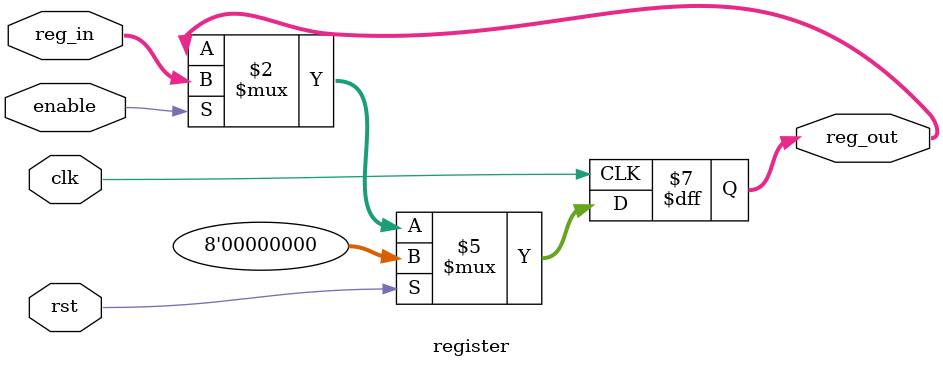
<source format=v>

`timescale 1ns/1ns
	
module register #(parameter n = 8)
						(input clk, rst, enable,
						input [n-1:0] reg_in,
						output reg [n-1:0] reg_out);
					
	always @(posedge clk) begin
		if (rst)
			reg_out <= 0;
		else if (enable)
			reg_out <= reg_in;	
	end
		
endmodule



</source>
